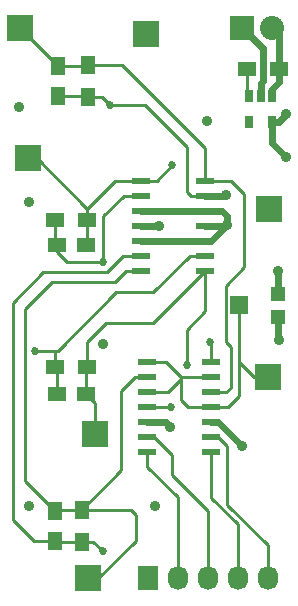
<source format=gtl>
G04 #@! TF.FileFunction,Copper,L1,Top,Signal*
%FSLAX46Y46*%
G04 Gerber Fmt 4.6, Leading zero omitted, Abs format (unit mm)*
G04 Created by KiCad (PCBNEW 4.0.2-stable) date Sunday, January 22, 2017 'AMt' 10:18:29 AM*
%MOMM*%
G01*
G04 APERTURE LIST*
%ADD10C,0.100000*%
%ADD11R,2.235200X2.235200*%
%ADD12R,2.032000X2.032000*%
%ADD13O,2.032000X2.032000*%
%ADD14R,1.727200X2.032000*%
%ADD15O,1.727200X2.032000*%
%ADD16R,1.200000X1.200000*%
%ADD17R,1.500000X1.600000*%
%ADD18R,0.650000X1.060000*%
%ADD19R,1.300000X1.500000*%
%ADD20R,1.500000X1.300000*%
%ADD21R,1.250000X1.500000*%
%ADD22R,1.500000X1.250000*%
%ADD23R,1.500000X0.600000*%
%ADD24C,0.889000*%
%ADD25C,0.685800*%
%ADD26C,0.609600*%
%ADD27C,0.254000*%
G04 APERTURE END LIST*
D10*
D11*
X153543000Y-97409000D03*
X143256000Y-68326000D03*
X153619200Y-83159600D03*
D12*
X151384000Y-67818000D03*
D13*
X153924000Y-67818000D03*
D11*
X138303000Y-114427000D03*
X138938000Y-102235000D03*
X133223000Y-78867000D03*
X132588000Y-67818000D03*
D14*
X143383000Y-114427000D03*
D15*
X145923000Y-114427000D03*
X148463000Y-114427000D03*
X151003000Y-114427000D03*
X153543000Y-114427000D03*
D16*
X154381000Y-90313000D03*
X154381000Y-92313000D03*
D17*
X151131000Y-91313000D03*
D18*
X153883400Y-73550600D03*
X152933400Y-73550600D03*
X151983400Y-73550600D03*
X151983400Y-75750600D03*
X153883400Y-75750600D03*
D19*
X137782300Y-108644700D03*
X137782300Y-111344700D03*
D20*
X138256000Y-96520000D03*
X135556000Y-96520000D03*
X138256000Y-84074000D03*
X135556000Y-84074000D03*
D19*
X138303000Y-70938400D03*
X138303000Y-73638400D03*
D20*
X151761200Y-71297800D03*
X154461200Y-71297800D03*
D21*
X135496300Y-108744700D03*
X135496300Y-111244700D03*
D22*
X138156000Y-98806000D03*
X135656000Y-98806000D03*
X138156000Y-86233000D03*
X135656000Y-86233000D03*
D21*
X135788400Y-71063800D03*
X135788400Y-73563800D03*
D23*
X148750000Y-103759000D03*
X148750000Y-102489000D03*
X148750000Y-101219000D03*
X148750000Y-99949000D03*
X148750000Y-98679000D03*
X148750000Y-97409000D03*
X148750000Y-96139000D03*
X143350000Y-96139000D03*
X143350000Y-97409000D03*
X143350000Y-98679000D03*
X143350000Y-99949000D03*
X143350000Y-101219000D03*
X143350000Y-102489000D03*
X143350000Y-103759000D03*
X142842000Y-80772000D03*
X142842000Y-82042000D03*
X142842000Y-83312000D03*
X142842000Y-84582000D03*
X142842000Y-85852000D03*
X142842000Y-87122000D03*
X142842000Y-88392000D03*
X148242000Y-88392000D03*
X148242000Y-87122000D03*
X148242000Y-85852000D03*
X148242000Y-84582000D03*
X148242000Y-83312000D03*
X148242000Y-82042000D03*
X148242000Y-80772000D03*
D24*
X133350000Y-82550000D03*
X150063200Y-84531200D03*
X148412200Y-75717400D03*
X132461000Y-74549000D03*
X154457400Y-94208600D03*
X145288000Y-101600000D03*
X133324600Y-108280200D03*
X139573000Y-94615000D03*
X144322800Y-84582000D03*
X155041600Y-78740000D03*
X155067000Y-75133200D03*
X151358600Y-103225600D03*
X154381200Y-88366600D03*
X144018000Y-108331000D03*
D25*
X140182600Y-74345800D03*
D24*
X150037800Y-81940400D03*
D25*
X148640800Y-94386400D03*
X145465800Y-79451200D03*
X139623800Y-87680800D03*
X145338800Y-99923600D03*
X146685000Y-96393000D03*
X133858000Y-95148400D03*
X139573000Y-112141000D03*
D26*
X153883400Y-73550600D02*
X153883400Y-72989400D01*
X154461200Y-72411600D02*
X154461200Y-71297800D01*
X153883400Y-72989400D02*
X154461200Y-72411600D01*
X154461200Y-71297800D02*
X154461200Y-68355200D01*
X154461200Y-68355200D02*
X153924000Y-67818000D01*
X142842000Y-83312000D02*
X148242000Y-83312000D01*
X142842000Y-85852000D02*
X148242000Y-85852000D01*
X148242000Y-85852000D02*
X148742400Y-85852000D01*
X148742400Y-85852000D02*
X150063200Y-84531200D01*
X148242000Y-83312000D02*
X149631400Y-83312000D01*
X150063200Y-83743800D02*
X150063200Y-84531200D01*
X149631400Y-83312000D02*
X150063200Y-83743800D01*
X148242000Y-84582000D02*
X150012400Y-84582000D01*
X150012400Y-84582000D02*
X150063200Y-84531200D01*
D27*
X147574000Y-85852000D02*
X148242000Y-85852000D01*
D26*
X152933400Y-73550600D02*
X152933400Y-72517000D01*
X153111200Y-69545200D02*
X151384000Y-67818000D01*
X153111200Y-72339200D02*
X153111200Y-69545200D01*
X152933400Y-72517000D02*
X153111200Y-72339200D01*
X154381000Y-92313000D02*
X154381000Y-94132200D01*
X154381000Y-94132200D02*
X154457400Y-94208600D01*
X144907000Y-101219000D02*
X145288000Y-101600000D01*
X144907000Y-101219000D02*
X143350000Y-101219000D01*
X142842000Y-84582000D02*
X144322800Y-84582000D01*
X153883400Y-77581800D02*
X155041600Y-78740000D01*
X153883400Y-77581800D02*
X153883400Y-75750600D01*
X153883400Y-75750600D02*
X154449600Y-75750600D01*
X154449600Y-75750600D02*
X155067000Y-75133200D01*
X148750000Y-101219000D02*
X149352000Y-101219000D01*
X149352000Y-101219000D02*
X151358600Y-103225600D01*
X154381000Y-90313000D02*
X154381000Y-88366800D01*
X154381000Y-88366800D02*
X154381200Y-88366600D01*
D27*
X148242000Y-80772000D02*
X150444200Y-80772000D01*
X150444200Y-80772000D02*
X151561800Y-81889600D01*
X151561800Y-81889600D02*
X151561800Y-88061800D01*
X151561800Y-88061800D02*
X149987000Y-89636600D01*
X149987000Y-89636600D02*
X149987000Y-94437200D01*
X149987000Y-94437200D02*
X150393400Y-94843600D01*
X150393400Y-94843600D02*
X150393400Y-98298000D01*
X150393400Y-98298000D02*
X150012400Y-98679000D01*
X150012400Y-98679000D02*
X148750000Y-98679000D01*
X138303000Y-70938400D02*
X141194800Y-70938400D01*
X148242000Y-77985600D02*
X148242000Y-80772000D01*
X141194800Y-70938400D02*
X148242000Y-77985600D01*
X135788400Y-71063800D02*
X138177600Y-71063800D01*
X138177600Y-71063800D02*
X138303000Y-70938400D01*
X132588000Y-67818000D02*
X132588000Y-67863400D01*
X132588000Y-67863400D02*
X135788400Y-71063800D01*
X148242000Y-82042000D02*
X147015200Y-82042000D01*
X143154400Y-74345800D02*
X140182600Y-74345800D01*
X146685000Y-77876400D02*
X143154400Y-74345800D01*
X146685000Y-81711800D02*
X146685000Y-77876400D01*
X147015200Y-82042000D02*
X146685000Y-81711800D01*
X138303000Y-73638400D02*
X139475200Y-73638400D01*
X139475200Y-73638400D02*
X140182600Y-74345800D01*
X135788400Y-73563800D02*
X138228400Y-73563800D01*
X138228400Y-73563800D02*
X138303000Y-73638400D01*
D26*
X148242000Y-82042000D02*
X149936200Y-82042000D01*
X149936200Y-82042000D02*
X150037800Y-81940400D01*
D27*
X142842000Y-80772000D02*
X144145000Y-80772000D01*
X148750000Y-94495600D02*
X148750000Y-96139000D01*
X148640800Y-94386400D02*
X148750000Y-94495600D01*
X144145000Y-80772000D02*
X145465800Y-79451200D01*
X133223000Y-78867000D02*
X133967200Y-78867000D01*
X133967200Y-78867000D02*
X138256000Y-83155800D01*
X138256000Y-84074000D02*
X138256000Y-83155800D01*
X140639800Y-80772000D02*
X142842000Y-80772000D01*
X138256000Y-83155800D02*
X140639800Y-80772000D01*
X138256000Y-84074000D02*
X138256000Y-83486000D01*
X138256000Y-84074000D02*
X138256000Y-86133000D01*
X138256000Y-86133000D02*
X138156000Y-86233000D01*
X138256000Y-86133000D02*
X138156000Y-86233000D01*
X138256000Y-86260000D02*
X138156000Y-86360000D01*
X138256000Y-84074000D02*
X138684000Y-84074000D01*
X139623800Y-87680800D02*
X139623800Y-83743800D01*
X141325600Y-82042000D02*
X142842000Y-82042000D01*
X139623800Y-83743800D02*
X141325600Y-82042000D01*
X135656000Y-86233000D02*
X135656000Y-86811800D01*
X135656000Y-86811800D02*
X136525000Y-87680800D01*
X136525000Y-87680800D02*
X139623800Y-87680800D01*
X135656000Y-86233000D02*
X135656000Y-86659400D01*
X135656000Y-86233000D02*
X135656000Y-86761000D01*
X135556000Y-84074000D02*
X135556000Y-86133000D01*
X135556000Y-86133000D02*
X135656000Y-86233000D01*
X135656000Y-84174000D02*
X135556000Y-84074000D01*
X135556000Y-86133000D02*
X135656000Y-86233000D01*
X138938000Y-102235000D02*
X138938000Y-99588000D01*
X138938000Y-99588000D02*
X138156000Y-98806000D01*
X148242000Y-88392000D02*
X148242000Y-91813400D01*
X145313400Y-99949000D02*
X143350000Y-99949000D01*
X145338800Y-99923600D02*
X145313400Y-99949000D01*
X146685000Y-93370400D02*
X146685000Y-96393000D01*
X148242000Y-91813400D02*
X146685000Y-93370400D01*
X138256000Y-96520000D02*
X138256000Y-94408000D01*
X143822400Y-92811600D02*
X148242000Y-88392000D01*
X139852400Y-92811600D02*
X143822400Y-92811600D01*
X138256000Y-94408000D02*
X139852400Y-92811600D01*
X138156000Y-98806000D02*
X138156000Y-96620000D01*
X148082000Y-88392000D02*
X148242000Y-88392000D01*
X135556000Y-95173800D02*
X135737600Y-95173800D01*
X146913600Y-87122000D02*
X148242000Y-87122000D01*
X143814800Y-90220800D02*
X146913600Y-87122000D01*
X140690600Y-90220800D02*
X143814800Y-90220800D01*
X135737600Y-95173800D02*
X140690600Y-90220800D01*
X135556000Y-95173800D02*
X133883400Y-95173800D01*
X133883400Y-95173800D02*
X133858000Y-95148400D01*
X135556000Y-96520000D02*
X135556000Y-95173800D01*
X135656000Y-98806000D02*
X135656000Y-96620000D01*
X135656000Y-96620000D02*
X135556000Y-96520000D01*
X137782300Y-108644700D02*
X141918700Y-108644700D01*
X142367000Y-111252000D02*
X139192000Y-114427000D01*
X142367000Y-109093000D02*
X142367000Y-111252000D01*
X141918700Y-108644700D02*
X142367000Y-109093000D01*
X139192000Y-114427000D02*
X138303000Y-114427000D01*
X143350000Y-97409000D02*
X142316200Y-97409000D01*
X141147800Y-105279200D02*
X137782300Y-108644700D01*
X141147800Y-98577400D02*
X141147800Y-105279200D01*
X142316200Y-97409000D02*
X141147800Y-98577400D01*
X135496300Y-108744700D02*
X135496300Y-108724700D01*
X135496300Y-108724700D02*
X132994400Y-106222800D01*
X141528800Y-88392000D02*
X142842000Y-88392000D01*
X140614400Y-89306400D02*
X141528800Y-88392000D01*
X135280400Y-89306400D02*
X140614400Y-89306400D01*
X132994400Y-91592400D02*
X135280400Y-89306400D01*
X132994400Y-106222800D02*
X132994400Y-91592400D01*
X137782300Y-108644700D02*
X135596300Y-108644700D01*
X135596300Y-108644700D02*
X135496300Y-108744700D01*
X142842000Y-87122000D02*
X141274800Y-87122000D01*
X133723700Y-111244700D02*
X135496300Y-111244700D01*
X133723700Y-111244700D02*
X131927600Y-109448600D01*
X131927600Y-109448600D02*
X131927600Y-91084400D01*
X131927600Y-91084400D02*
X134543800Y-88468200D01*
X134543800Y-88468200D02*
X139928600Y-88468200D01*
X141274800Y-87122000D02*
X139928600Y-88468200D01*
X137782300Y-111344700D02*
X138776700Y-111344700D01*
X138776700Y-111344700D02*
X139573000Y-112141000D01*
X137782300Y-111344700D02*
X135596300Y-111344700D01*
X135596300Y-111344700D02*
X135496300Y-111244700D01*
X148750000Y-102489000D02*
X149352000Y-102489000D01*
X149352000Y-102489000D02*
X150114000Y-103251000D01*
X150114000Y-103251000D02*
X150114000Y-108204000D01*
X150114000Y-108204000D02*
X153543000Y-111633000D01*
X153543000Y-111633000D02*
X153543000Y-114427000D01*
X148750000Y-103759000D02*
X148750000Y-107602000D01*
X151003000Y-109855000D02*
X151003000Y-114427000D01*
X148750000Y-107602000D02*
X151003000Y-109855000D01*
X143350000Y-102489000D02*
X143891000Y-102489000D01*
X143891000Y-102489000D02*
X145415000Y-104013000D01*
X145415000Y-104013000D02*
X145415000Y-105664000D01*
X145415000Y-105664000D02*
X148463000Y-108712000D01*
X148463000Y-108712000D02*
X148463000Y-114427000D01*
X143350000Y-103759000D02*
X143350000Y-104996000D01*
X145923000Y-107569000D02*
X145923000Y-114427000D01*
X143350000Y-104996000D02*
X145923000Y-107569000D01*
X151761200Y-71297800D02*
X151761200Y-73328400D01*
X151761200Y-73328400D02*
X151983400Y-73550600D01*
X153543000Y-97409000D02*
X152400000Y-97409000D01*
X152400000Y-97409000D02*
X151131000Y-96140000D01*
X148750000Y-97409000D02*
X146202400Y-97409000D01*
X151131000Y-96468200D02*
X151131000Y-98982800D01*
X150164800Y-99949000D02*
X148750000Y-99949000D01*
X151131000Y-98982800D02*
X150164800Y-99949000D01*
X146202400Y-97485200D02*
X146202400Y-99364800D01*
X146202400Y-99364800D02*
X146786600Y-99949000D01*
X146786600Y-99949000D02*
X148750000Y-99949000D01*
X146202400Y-97409000D02*
X146202400Y-97485200D01*
X146202400Y-97485200D02*
X146202400Y-97536000D01*
X145059400Y-98679000D02*
X143350000Y-98679000D01*
X146202400Y-97536000D02*
X145059400Y-98679000D01*
X144932400Y-96139000D02*
X143350000Y-96139000D01*
X146202400Y-97409000D02*
X144932400Y-96139000D01*
X151131000Y-95479600D02*
X151131000Y-96140000D01*
X151131000Y-96140000D02*
X151131000Y-96468200D01*
X151131000Y-91313000D02*
X151131000Y-95479600D01*
M02*

</source>
